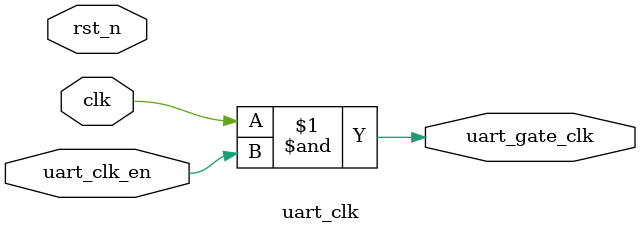
<source format=v>
module uart_clk (
	input 	clk,
	input 	rst_n,
	input 	uart_clk_en,
	
	output 	uart_gate_clk
);

	assign uart_gate_clk = clk & uart_clk_en;

endmodule
</source>
